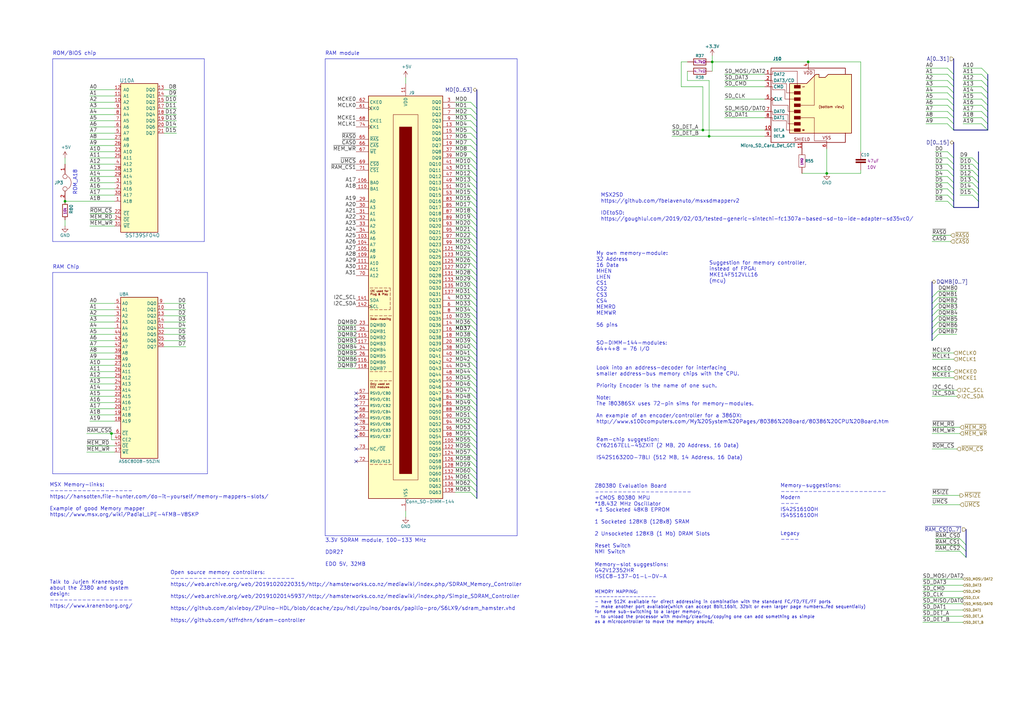
<source format=kicad_sch>
(kicad_sch (version 20230121) (generator eeschema)
  (paper "A3")
  (title_block (title "ULTRA-MSX") (date "2022-06-05") (rev "A-A"))
  (junction (at 45.72 177.8))
  (junction (at 26.67 82.55))
  (junction (at 288.29 53.34))
  (junction (at 290.83 55.88))
  (junction (at 292.1 25.4))
  (junction (at 331.47 25.4))
  (junction (at 339.09 71.12))
  (no_connect (at 146.05 173.99))
  (no_connect (at 146.05 166.37))
  (no_connect (at 146.05 171.45))
  (no_connect (at 146.05 176.53))
  (no_connect (at 146.05 168.91))
  (no_connect (at 146.05 163.83))
  (no_connect (at 146.05 179.07))
  (no_connect (at 146.05 161.29))
  (no_connect (at 146.05 184.15))
  (no_connect (at 146.05 189.23))
  (bus_entry (at 393.7 220.98) (size 2.54 2.54))
  (bus_entry (at 382.27 139.7) (size 2.54 -2.54))
  (bus_entry (at 193.04 97.79) (size 2.54 2.54))
  (bus_entry (at 382.27 129.54) (size 2.54 -2.54))
  (bus_entry (at 388.62 35.56) (size 2.54 2.54))
  (bus_entry (at 388.62 77.47) (size 2.54 2.54))
  (bus_entry (at 393.7 226.06) (size 2.54 2.54))
  (bus_entry (at 388.62 50.8) (size 2.54 2.54))
  (bus_entry (at 193.04 153.67) (size 2.54 2.54))
  (bus_entry (at 193.04 146.05) (size 2.54 2.54))
  (bus_entry (at 193.04 168.91) (size 2.54 2.54))
  (bus_entry (at 193.04 189.23) (size 2.54 2.54))
  (bus_entry (at 388.62 33.02) (size 2.54 2.54))
  (bus_entry (at 193.04 57.15) (size 2.54 2.54))
  (bus_entry (at 388.62 72.39) (size 2.54 2.54))
  (bus_entry (at 193.04 67.31) (size 2.54 2.54))
  (bus_entry (at 402.59 45.72) (size 2.54 2.54))
  (bus_entry (at 388.62 69.85) (size 2.54 2.54))
  (bus_entry (at 388.62 40.64) (size 2.54 2.54))
  (bus_entry (at 193.04 171.45) (size 2.54 2.54))
  (bus_entry (at 382.27 134.62) (size 2.54 -2.54))
  (bus_entry (at 388.62 64.77) (size 2.54 2.54))
  (bus_entry (at 402.59 27.94) (size 2.54 2.54))
  (bus_entry (at 193.04 194.31) (size 2.54 2.54))
  (bus_entry (at 402.59 38.1) (size 2.54 2.54))
  (bus_entry (at 193.04 110.49) (size 2.54 2.54))
  (bus_entry (at 193.04 77.47) (size 2.54 2.54))
  (bus_entry (at 193.04 82.55) (size 2.54 2.54))
  (bus_entry (at 193.04 41.91) (size 2.54 2.54))
  (bus_entry (at 388.62 62.23) (size 2.54 2.54))
  (bus_entry (at 193.04 52.07) (size 2.54 2.54))
  (bus_entry (at 193.04 179.07) (size 2.54 2.54))
  (bus_entry (at 193.04 49.53) (size 2.54 2.54))
  (bus_entry (at 193.04 199.39) (size 2.54 2.54))
  (bus_entry (at 388.62 74.93) (size 2.54 2.54))
  (bus_entry (at 193.04 163.83) (size 2.54 2.54))
  (bus_entry (at 193.04 72.39) (size 2.54 2.54))
  (bus_entry (at 193.04 120.65) (size 2.54 2.54))
  (bus_entry (at 398.78 77.47) (size 2.54 2.54))
  (bus_entry (at 382.27 124.46) (size 2.54 -2.54))
  (bus_entry (at 193.04 133.35) (size 2.54 2.54))
  (bus_entry (at 193.04 107.95) (size 2.54 2.54))
  (bus_entry (at 402.59 50.8) (size 2.54 2.54))
  (bus_entry (at 388.62 45.72) (size 2.54 2.54))
  (bus_entry (at 193.04 85.09) (size 2.54 2.54))
  (bus_entry (at 398.78 69.85) (size 2.54 2.54))
  (bus_entry (at 382.27 121.92) (size 2.54 -2.54))
  (bus_entry (at 193.04 62.23) (size 2.54 2.54))
  (bus_entry (at 193.04 102.87) (size 2.54 2.54))
  (bus_entry (at 193.04 176.53) (size 2.54 2.54))
  (bus_entry (at 382.27 132.08) (size 2.54 -2.54))
  (bus_entry (at 402.59 33.02) (size 2.54 2.54))
  (bus_entry (at 193.04 105.41) (size 2.54 2.54))
  (bus_entry (at 193.04 184.15) (size 2.54 2.54))
  (bus_entry (at 193.04 115.57) (size 2.54 2.54))
  (bus_entry (at 193.04 59.69) (size 2.54 2.54))
  (bus_entry (at 193.04 74.93) (size 2.54 2.54))
  (bus_entry (at 193.04 54.61) (size 2.54 2.54))
  (bus_entry (at 398.78 72.39) (size 2.54 2.54))
  (bus_entry (at 193.04 125.73) (size 2.54 2.54))
  (bus_entry (at 193.04 196.85) (size 2.54 2.54))
  (bus_entry (at 388.62 80.01) (size 2.54 2.54))
  (bus_entry (at 382.27 127) (size 2.54 -2.54))
  (bus_entry (at 193.04 113.03) (size 2.54 2.54))
  (bus_entry (at 193.04 166.37) (size 2.54 2.54))
  (bus_entry (at 193.04 143.51) (size 2.54 2.54))
  (bus_entry (at 193.04 69.85) (size 2.54 2.54))
  (bus_entry (at 193.04 128.27) (size 2.54 2.54))
  (bus_entry (at 402.59 35.56) (size 2.54 2.54))
  (bus_entry (at 388.62 27.94) (size 2.54 2.54))
  (bus_entry (at 193.04 148.59) (size 2.54 2.54))
  (bus_entry (at 193.04 138.43) (size 2.54 2.54))
  (bus_entry (at 193.04 161.29) (size 2.54 2.54))
  (bus_entry (at 402.59 43.18) (size 2.54 2.54))
  (bus_entry (at 193.04 201.93) (size 2.54 2.54))
  (bus_entry (at 398.78 67.31) (size 2.54 2.54))
  (bus_entry (at 402.59 48.26) (size 2.54 2.54))
  (bus_entry (at 402.59 40.64) (size 2.54 2.54))
  (bus_entry (at 193.04 92.71) (size 2.54 2.54))
  (bus_entry (at 193.04 118.11) (size 2.54 2.54))
  (bus_entry (at 193.04 186.69) (size 2.54 2.54))
  (bus_entry (at 193.04 173.99) (size 2.54 2.54))
  (bus_entry (at 402.59 30.48) (size 2.54 2.54))
  (bus_entry (at 388.62 67.31) (size 2.54 2.54))
  (bus_entry (at 193.04 90.17) (size 2.54 2.54))
  (bus_entry (at 398.78 80.01) (size 2.54 2.54))
  (bus_entry (at 388.62 38.1) (size 2.54 2.54))
  (bus_entry (at 388.62 43.18) (size 2.54 2.54))
  (bus_entry (at 193.04 100.33) (size 2.54 2.54))
  (bus_entry (at 193.04 80.01) (size 2.54 2.54))
  (bus_entry (at 193.04 64.77) (size 2.54 2.54))
  (bus_entry (at 193.04 130.81) (size 2.54 2.54))
  (bus_entry (at 193.04 156.21) (size 2.54 2.54))
  (bus_entry (at 398.78 74.93) (size 2.54 2.54))
  (bus_entry (at 193.04 95.25) (size 2.54 2.54))
  (bus_entry (at 388.62 30.48) (size 2.54 2.54))
  (bus_entry (at 388.62 82.55) (size 2.54 2.54))
  (bus_entry (at 393.7 223.52) (size 2.54 2.54))
  (bus_entry (at 193.04 151.13) (size 2.54 2.54))
  (bus_entry (at 193.04 191.77) (size 2.54 2.54))
  (bus_entry (at 193.04 158.75) (size 2.54 2.54))
  (bus_entry (at 193.04 44.45) (size 2.54 2.54))
  (bus_entry (at 193.04 135.89) (size 2.54 2.54))
  (bus_entry (at 388.62 48.26) (size 2.54 2.54))
  (bus_entry (at 193.04 123.19) (size 2.54 2.54))
  (bus_entry (at 193.04 87.63) (size 2.54 2.54))
  (bus_entry (at 382.27 137.16) (size 2.54 -2.54))
  (bus_entry (at 398.78 64.77) (size 2.54 2.54))
  (bus_entry (at 193.04 181.61) (size 2.54 2.54))
  (bus_entry (at 193.04 46.99) (size 2.54 2.54))
  (bus_entry (at 193.04 140.97) (size 2.54 2.54))
  (wire (pts (xy 297.18 48.26) (xy 313.69 48.26)))
  (wire (pts (xy 46.99 165.1) (xy 36.83 165.1)))
  (bus (pts (xy 391.16 43.18) (xy 391.16 45.72)))
  (wire (pts (xy 388.62 62.23) (xy 383.54 62.23)))
  (bus (pts (xy 195.58 151.13) (xy 195.58 153.67)))
  (wire (pts (xy 384.81 127) (xy 392.43 127)))
  (bus (pts (xy 391.16 64.77) (xy 391.16 67.31)))
  (wire (pts (xy 186.69 82.55) (xy 193.04 82.55)))
  (bus (pts (xy 195.58 44.45) (xy 195.58 46.99)))
  (wire (pts (xy 186.69 92.71) (xy 193.04 92.71)))
  (wire (pts (xy 339.09 60.96) (xy 339.09 71.12)))
  (wire (pts (xy 353.06 25.4) (xy 331.47 25.4)))
  (bus (pts (xy 195.58 74.93) (xy 195.58 77.47)))
  (wire (pts (xy 186.69 59.69) (xy 193.04 59.69)))
  (bus (pts (xy 195.58 128.27) (xy 195.58 130.81)))
  (wire (pts (xy 388.62 82.55) (xy 383.54 82.55)))
  (bus (pts (xy 396.24 226.06) (xy 396.24 228.6)))
  (wire (pts (xy 67.31 127) (xy 76.2 127)))
  (wire (pts (xy 402.59 27.94) (xy 394.97 27.94)))
  (wire (pts (xy 388.62 27.94) (xy 379.73 27.94)))
  (bus (pts (xy 405.13 30.48) (xy 405.13 33.02)))
  (bus (pts (xy 195.58 92.71) (xy 195.58 95.25)))
  (wire (pts (xy 186.69 130.81) (xy 193.04 130.81)))
  (wire (pts (xy 186.69 161.29) (xy 193.04 161.29)))
  (bus (pts (xy 195.58 100.33) (xy 195.58 102.87)))
  (wire (pts (xy 186.69 67.31) (xy 193.04 67.31)))
  (bus (pts (xy 195.58 105.41) (xy 195.58 107.95)))
  (bus (pts (xy 195.58 148.59) (xy 195.58 151.13)))
  (bus (pts (xy 195.58 158.75) (xy 195.58 161.29)))
  (bus (pts (xy 195.58 102.87) (xy 195.58 105.41)))
  (wire (pts (xy 353.06 62.23) (xy 353.06 25.4)))
  (wire (pts (xy 186.69 52.07) (xy 193.04 52.07)))
  (wire (pts (xy 26.67 82.55) (xy 46.99 82.55)))
  (bus (pts (xy 382.27 132.08) (xy 382.27 134.62)))
  (wire (pts (xy 382.27 203.2) (xy 393.7 203.2)))
  (wire (pts (xy 46.99 46.99) (xy 36.83 46.99)))
  (wire (pts (xy 138.43 146.05) (xy 146.05 146.05)))
  (wire (pts (xy 46.99 154.94) (xy 36.83 154.94)))
  (wire (pts (xy 186.69 194.31) (xy 193.04 194.31)))
  (wire (pts (xy 384.81 121.92) (xy 392.43 121.92)))
  (wire (pts (xy 378.46 255.27) (xy 394.97 255.27)))
  (bus (pts (xy 396.24 217.17) (xy 396.24 223.52)))
  (wire (pts (xy 388.62 64.77) (xy 383.54 64.77)))
  (bus (pts (xy 195.58 181.61) (xy 195.58 184.15)))
  (polyline (pts (xy 83.82 99.06) (xy 83.82 24.13)))
  (wire (pts (xy 281.94 33.02) (xy 290.83 33.02)))
  (bus (pts (xy 195.58 201.93) (xy 195.58 204.47)))
  (wire (pts (xy 138.43 140.97) (xy 146.05 140.97)))
  (polyline (pts (xy 85.09 194.31) (xy 85.09 111.76)))
  (bus (pts (xy 401.32 67.31) (xy 401.32 69.85)))
  (wire (pts (xy 275.59 53.34) (xy 288.29 53.34)))
  (bus (pts (xy 195.58 85.09) (xy 195.58 87.63)))
  (bus (pts (xy 195.58 163.83) (xy 195.58 166.37)))
  (bus (pts (xy 195.58 176.53) (xy 195.58 179.07)))
  (bus (pts (xy 391.16 74.93) (xy 391.16 77.47)))
  (bus (pts (xy 195.58 179.07) (xy 195.58 181.61)))
  (wire (pts (xy 45.72 180.34) (xy 45.72 177.8)))
  (bus (pts (xy 391.16 80.01) (xy 391.16 82.55)))
  (polyline (pts (xy 21.59 111.76) (xy 85.09 111.76)))
  (bus (pts (xy 405.13 35.56) (xy 405.13 38.1)))
  (bus (pts (xy 195.58 161.29) (xy 195.58 163.83)))
  (bus (pts (xy 195.58 54.61) (xy 195.58 57.15)))
  (wire (pts (xy 402.59 38.1) (xy 394.97 38.1)))
  (wire (pts (xy 186.69 186.69) (xy 193.04 186.69)))
  (wire (pts (xy 388.62 33.02) (xy 379.73 33.02)))
  (wire (pts (xy 290.83 33.02) (xy 290.83 55.88)))
  (wire (pts (xy 138.43 133.35) (xy 146.05 133.35)))
  (wire (pts (xy 166.37 209.55) (xy 166.37 212.09)))
  (bus (pts (xy 195.58 95.25) (xy 195.58 97.79)))
  (wire (pts (xy 186.69 140.97) (xy 193.04 140.97)))
  (wire (pts (xy 46.99 90.17) (xy 36.83 90.17)))
  (wire (pts (xy 46.99 74.93) (xy 36.83 74.93)))
  (wire (pts (xy 402.59 50.8) (xy 394.97 50.8)))
  (bus (pts (xy 195.58 173.99) (xy 195.58 176.53)))
  (wire (pts (xy 378.46 242.57) (xy 394.97 242.57)))
  (wire (pts (xy 46.99 87.63) (xy 36.83 87.63)))
  (wire (pts (xy 186.69 125.73) (xy 193.04 125.73)))
  (wire (pts (xy 46.99 64.77) (xy 36.83 64.77)))
  (bus (pts (xy 195.58 191.77) (xy 195.58 194.31)))
  (bus (pts (xy 195.58 135.89) (xy 195.58 138.43)))
  (bus (pts (xy 195.58 118.11) (xy 195.58 120.65)))
  (bus (pts (xy 405.13 48.26) (xy 405.13 50.8)))
  (wire (pts (xy 186.69 148.59) (xy 193.04 148.59)))
  (wire (pts (xy 26.67 90.17) (xy 26.67 92.71)))
  (wire (pts (xy 46.99 39.37) (xy 36.83 39.37)))
  (wire (pts (xy 398.78 64.77) (xy 393.7 64.77)))
  (polyline (pts (xy 21.59 194.31) (xy 85.09 194.31)))
  (wire (pts (xy 186.69 163.83) (xy 193.04 163.83)))
  (wire (pts (xy 46.99 142.24) (xy 36.83 142.24)))
  (wire (pts (xy 393.7 220.98) (xy 383.54 220.98)))
  (bus (pts (xy 391.16 24.13) (xy 391.16 30.48)))
  (wire (pts (xy 288.29 53.34) (xy 313.69 53.34)))
  (wire (pts (xy 67.31 44.45) (xy 72.39 44.45)))
  (wire (pts (xy 382.27 184.15) (xy 392.43 184.15)))
  (bus (pts (xy 195.58 49.53) (xy 195.58 52.07)))
  (wire (pts (xy 186.69 158.75) (xy 193.04 158.75)))
  (wire (pts (xy 138.43 135.89) (xy 146.05 135.89)))
  (wire (pts (xy 186.69 74.93) (xy 193.04 74.93)))
  (wire (pts (xy 46.99 49.53) (xy 36.83 49.53)))
  (wire (pts (xy 292.1 22.86) (xy 292.1 25.4)))
  (wire (pts (xy 388.62 74.93) (xy 383.54 74.93)))
  (bus (pts (xy 391.16 72.39) (xy 391.16 74.93)))
  (wire (pts (xy 46.99 182.88) (xy 35.56 182.88)))
  (wire (pts (xy 46.99 167.64) (xy 36.83 167.64)))
  (wire (pts (xy 186.69 105.41) (xy 193.04 105.41)))
  (bus (pts (xy 195.58 77.47) (xy 195.58 80.01)))
  (wire (pts (xy 339.09 71.12) (xy 353.06 71.12)))
  (wire (pts (xy 138.43 143.51) (xy 146.05 143.51)))
  (bus (pts (xy 382.27 121.92) (xy 382.27 124.46)))
  (bus (pts (xy 195.58 156.21) (xy 195.58 158.75)))
  (wire (pts (xy 393.7 175.26) (xy 382.27 175.26)))
  (wire (pts (xy 46.99 134.62) (xy 36.83 134.62)))
  (wire (pts (xy 353.06 69.85) (xy 353.06 71.12)))
  (bus (pts (xy 382.27 134.62) (xy 382.27 137.16)))
  (wire (pts (xy 384.81 134.62) (xy 392.43 134.62)))
  (bus (pts (xy 391.16 48.26) (xy 391.16 50.8)))
  (bus (pts (xy 195.58 115.57) (xy 195.58 118.11)))
  (bus (pts (xy 195.58 57.15) (xy 195.58 59.69)))
  (wire (pts (xy 279.4 25.4) (xy 281.94 25.4)))
  (wire (pts (xy 398.78 74.93) (xy 393.7 74.93)))
  (wire (pts (xy 275.59 55.88) (xy 290.83 55.88)))
  (wire (pts (xy 388.62 48.26) (xy 379.73 48.26)))
  (bus (pts (xy 195.58 107.95) (xy 195.58 110.49)))
  (wire (pts (xy 388.62 45.72) (xy 379.73 45.72)))
  (bus (pts (xy 195.58 62.23) (xy 195.58 64.77)))
  (wire (pts (xy 328.93 71.12) (xy 339.09 71.12)))
  (wire (pts (xy 186.69 181.61) (xy 193.04 181.61)))
  (wire (pts (xy 67.31 36.83) (xy 72.39 36.83)))
  (bus (pts (xy 195.58 120.65) (xy 195.58 123.19)))
  (wire (pts (xy 186.69 95.25) (xy 193.04 95.25)))
  (bus (pts (xy 405.13 53.34) (xy 405.13 50.8)))
  (bus (pts (xy 195.58 110.49) (xy 195.58 113.03)))
  (wire (pts (xy 186.69 110.49) (xy 193.04 110.49)))
  (wire (pts (xy 402.59 43.18) (xy 394.97 43.18)))
  (bus (pts (xy 195.58 130.81) (xy 195.58 133.35)))
  (bus (pts (xy 391.16 67.31) (xy 391.16 69.85)))
  (bus (pts (xy 396.24 223.52) (xy 396.24 226.06)))
  (wire (pts (xy 378.46 237.49) (xy 394.97 237.49)))
  (bus (pts (xy 195.58 133.35) (xy 195.58 135.89)))
  (wire (pts (xy 384.81 137.16) (xy 392.43 137.16)))
  (wire (pts (xy 186.69 171.45) (xy 193.04 171.45)))
  (bus (pts (xy 195.58 82.55) (xy 195.58 85.09)))
  (wire (pts (xy 290.83 55.88) (xy 313.69 55.88)))
  (wire (pts (xy 186.69 184.15) (xy 193.04 184.15)))
  (wire (pts (xy 402.59 40.64) (xy 394.97 40.64)))
  (bus (pts (xy 195.58 166.37) (xy 195.58 168.91)))
  (wire (pts (xy 46.99 124.46) (xy 36.83 124.46)))
  (wire (pts (xy 297.18 35.56) (xy 313.69 35.56)))
  (wire (pts (xy 383.54 226.06) (xy 393.7 226.06)))
  (bus (pts (xy 401.32 72.39) (xy 401.32 74.93)))
  (wire (pts (xy 186.69 80.01) (xy 193.04 80.01)))
  (wire (pts (xy 297.18 30.48) (xy 313.69 30.48)))
  (bus (pts (xy 405.13 45.72) (xy 405.13 48.26)))
  (wire (pts (xy 46.99 54.61) (xy 36.83 54.61)))
  (wire (pts (xy 46.99 180.34) (xy 45.72 180.34)))
  (bus (pts (xy 382.27 127) (xy 382.27 129.54)))
  (bus (pts (xy 195.58 153.67) (xy 195.58 156.21)))
  (bus (pts (xy 391.16 50.8) (xy 391.16 53.34)))
  (wire (pts (xy 288.29 35.56) (xy 279.4 35.56)))
  (bus (pts (xy 391.16 33.02) (xy 391.16 35.56)))
  (wire (pts (xy 388.62 69.85) (xy 383.54 69.85)))
  (wire (pts (xy 46.99 149.86) (xy 36.83 149.86)))
  (wire (pts (xy 46.99 80.01) (xy 36.83 80.01)))
  (wire (pts (xy 281.94 29.21) (xy 281.94 33.02)))
  (bus (pts (xy 391.16 40.64) (xy 391.16 43.18)))
  (bus (pts (xy 195.58 186.69) (xy 195.58 189.23)))
  (wire (pts (xy 388.62 80.01) (xy 383.54 80.01)))
  (wire (pts (xy 46.99 44.45) (xy 36.83 44.45)))
  (bus (pts (xy 405.13 38.1) (xy 405.13 40.64)))
  (wire (pts (xy 46.99 41.91) (xy 36.83 41.91)))
  (wire (pts (xy 67.31 49.53) (xy 72.39 49.53)))
  (bus (pts (xy 382.27 124.46) (xy 382.27 127)))
  (wire (pts (xy 186.69 168.91) (xy 193.04 168.91)))
  (wire (pts (xy 186.69 133.35) (xy 193.04 133.35)))
  (bus (pts (xy 195.58 64.77) (xy 195.58 67.31)))
  (bus (pts (xy 195.58 194.31) (xy 195.58 196.85)))
  (wire (pts (xy 46.99 147.32) (xy 36.83 147.32)))
  (wire (pts (xy 402.59 30.48) (xy 394.97 30.48)))
  (bus (pts (xy 195.58 199.39) (xy 195.58 201.93)))
  (wire (pts (xy 384.81 119.38) (xy 392.43 119.38)))
  (wire (pts (xy 186.69 57.15) (xy 193.04 57.15)))
  (wire (pts (xy 186.69 87.63) (xy 193.04 87.63)))
  (wire (pts (xy 46.99 177.8) (xy 45.72 177.8)))
  (wire (pts (xy 186.69 64.77) (xy 193.04 64.77)))
  (bus (pts (xy 195.58 125.73) (xy 195.58 128.27)))
  (wire (pts (xy 186.69 113.03) (xy 193.04 113.03)))
  (wire (pts (xy 138.43 151.13) (xy 146.05 151.13)))
  (polyline (pts (xy 83.82 24.13) (xy 21.59 24.13)))
  (bus (pts (xy 195.58 184.15) (xy 195.58 186.69)))
  (wire (pts (xy 186.69 46.99) (xy 193.04 46.99)))
  (wire (pts (xy 388.62 40.64) (xy 379.73 40.64)))
  (wire (pts (xy 67.31 142.24) (xy 76.2 142.24)))
  (bus (pts (xy 382.27 115.57) (xy 382.27 121.92)))
  (bus (pts (xy 195.58 46.99) (xy 195.58 49.53)))
  (wire (pts (xy 186.69 196.85) (xy 193.04 196.85)))
  (wire (pts (xy 297.18 45.72) (xy 313.69 45.72)))
  (bus (pts (xy 391.16 82.55) (xy 391.16 85.09)))
  (wire (pts (xy 46.99 132.08) (xy 36.83 132.08)))
  (bus (pts (xy 195.58 123.19) (xy 195.58 125.73)))
  (wire (pts (xy 398.78 80.01) (xy 393.7 80.01)))
  (wire (pts (xy 186.69 176.53) (xy 193.04 176.53)))
  (wire (pts (xy 186.69 102.87) (xy 193.04 102.87)))
  (wire (pts (xy 398.78 69.85) (xy 393.7 69.85)))
  (wire (pts (xy 186.69 179.07) (xy 193.04 179.07)))
  (wire (pts (xy 382.27 99.06) (xy 389.89 99.06)))
  (wire (pts (xy 67.31 139.7) (xy 76.2 139.7)))
  (wire (pts (xy 388.62 38.1) (xy 379.73 38.1)))
  (wire (pts (xy 67.31 132.08) (xy 76.2 132.08)))
  (wire (pts (xy 384.81 132.08) (xy 392.43 132.08)))
  (bus (pts (xy 195.58 69.85) (xy 195.58 72.39)))
  (bus (pts (xy 195.58 59.69) (xy 195.58 62.23)))
  (wire (pts (xy 46.99 185.42) (xy 35.56 185.42)))
  (wire (pts (xy 297.18 33.02) (xy 313.69 33.02)))
  (wire (pts (xy 67.31 124.46) (xy 76.2 124.46)))
  (bus (pts (xy 401.32 82.55) (xy 401.32 85.09)))
  (wire (pts (xy 378.46 252.73) (xy 394.97 252.73)))
  (wire (pts (xy 402.59 35.56) (xy 394.97 35.56)))
  (wire (pts (xy 186.69 54.61) (xy 193.04 54.61)))
  (wire (pts (xy 186.69 173.99) (xy 193.04 173.99)))
  (wire (pts (xy 46.99 67.31) (xy 36.83 67.31)))
  (wire (pts (xy 186.69 143.51) (xy 193.04 143.51)))
  (wire (pts (xy 45.72 177.8) (xy 35.56 177.8)))
  (wire (pts (xy 186.69 128.27) (xy 193.04 128.27)))
  (wire (pts (xy 186.69 191.77) (xy 193.04 191.77)))
  (wire (pts (xy 186.69 151.13) (xy 193.04 151.13)))
  (wire (pts (xy 402.59 48.26) (xy 394.97 48.26)))
  (wire (pts (xy 378.46 247.65) (xy 394.97 247.65)))
  (wire (pts (xy 378.46 240.03) (xy 394.97 240.03)))
  (polyline (pts (xy 21.59 99.06) (xy 83.82 99.06)))
  (wire (pts (xy 138.43 148.59) (xy 146.05 148.59)))
  (wire (pts (xy 292.1 25.4) (xy 331.47 25.4)))
  (wire (pts (xy 67.31 129.54) (xy 76.2 129.54)))
  (bus (pts (xy 195.58 36.83) (xy 195.58 44.45)))
  (wire (pts (xy 186.69 69.85) (xy 193.04 69.85)))
  (wire (pts (xy 186.69 146.05) (xy 193.04 146.05)))
  (bus (pts (xy 195.58 80.01) (xy 195.58 82.55)))
  (wire (pts (xy 67.31 52.07) (xy 72.39 52.07)))
  (wire (pts (xy 186.69 107.95) (xy 193.04 107.95)))
  (wire (pts (xy 67.31 39.37) (xy 72.39 39.37)))
  (wire (pts (xy 279.4 35.56) (xy 279.4 25.4)))
  (wire (pts (xy 186.69 41.91) (xy 193.04 41.91)))
  (wire (pts (xy 378.46 250.19) (xy 394.97 250.19)))
  (bus (pts (xy 401.32 80.01) (xy 401.32 82.55)))
  (wire (pts (xy 382.27 162.56) (xy 392.43 162.56)))
  (bus (pts (xy 391.16 45.72) (xy 391.16 48.26)))
  (wire (pts (xy 46.99 77.47) (xy 36.83 77.47)))
  (bus (pts (xy 195.58 97.79) (xy 195.58 100.33)))
  (wire (pts (xy 46.99 137.16) (xy 36.83 137.16)))
  (bus (pts (xy 391.16 38.1) (xy 391.16 40.64)))
  (bus (pts (xy 382.27 137.16) (xy 382.27 139.7)))
  (bus (pts (xy 391.16 77.47) (xy 391.16 80.01)))
  (polyline (pts (xy 21.59 24.13) (xy 21.59 99.06)))
  (wire (pts (xy 46.99 36.83) (xy 36.83 36.83)))
  (wire (pts (xy 46.99 72.39) (xy 36.83 72.39)))
  (wire (pts (xy 67.31 46.99) (xy 72.39 46.99)))
  (bus (pts (xy 195.58 196.85) (xy 195.58 199.39)))
  (wire (pts (xy 393.7 177.8) (xy 382.27 177.8)))
  (polyline (pts (xy 212.09 219.71) (xy 212.09 24.13)))
  (wire (pts (xy 388.62 50.8) (xy 379.73 50.8)))
  (wire (pts (xy 46.99 162.56) (xy 36.83 162.56)))
  (wire (pts (xy 186.69 72.39) (xy 193.04 72.39)))
  (bus (pts (xy 195.58 140.97) (xy 195.58 143.51)))
  (bus (pts (xy 391.16 58.42) (xy 391.16 64.77)))
  (wire (pts (xy 46.99 144.78) (xy 36.83 144.78)))
  (wire (pts (xy 384.81 129.54) (xy 392.43 129.54)))
  (wire (pts (xy 186.69 189.23) (xy 193.04 189.23)))
  (wire (pts (xy 383.54 223.52) (xy 393.7 223.52)))
  (wire (pts (xy 382.27 96.52) (xy 389.89 96.52)))
  (wire (pts (xy 393.7 207.01) (xy 382.27 207.01)))
  (polyline (pts (xy 133.35 24.13) (xy 212.09 24.13)))
  (bus (pts (xy 401.32 77.47) (xy 401.32 80.01)))
  (wire (pts (xy 186.69 49.53) (xy 193.04 49.53)))
  (wire (pts (xy 186.69 199.39) (xy 193.04 199.39)))
  (wire (pts (xy 382.27 147.32) (xy 391.16 147.32)))
  (wire (pts (xy 186.69 97.79) (xy 193.04 97.79)))
  (bus (pts (xy 195.58 113.03) (xy 195.58 115.57)))
  (bus (pts (xy 195.58 146.05) (xy 195.58 148.59)))
  (wire (pts (xy 186.69 77.47) (xy 193.04 77.47)))
  (bus (pts (xy 391.16 30.48) (xy 391.16 33.02)))
  (wire (pts (xy 382.27 144.78) (xy 391.16 144.78)))
  (wire (pts (xy 46.99 57.15) (xy 36.83 57.15)))
  (bus (pts (xy 195.58 87.63) (xy 195.58 90.17)))
  (wire (pts (xy 186.69 62.23) (xy 193.04 62.23)))
  (wire (pts (xy 186.69 90.17) (xy 193.04 90.17)))
  (bus (pts (xy 195.58 52.07) (xy 195.58 54.61)))
  (wire (pts (xy 46.99 69.85) (xy 36.83 69.85)))
  (wire (pts (xy 388.62 72.39) (xy 383.54 72.39)))
  (wire (pts (xy 388.62 30.48) (xy 379.73 30.48)))
  (bus (pts (xy 401.32 69.85) (xy 401.32 72.39)))
  (bus (pts (xy 391.16 35.56) (xy 391.16 38.1)))
  (wire (pts (xy 67.31 41.91) (xy 72.39 41.91)))
  (wire (pts (xy 186.69 153.67) (xy 193.04 153.67)))
  (bus (pts (xy 195.58 67.31) (xy 195.58 69.85)))
  (wire (pts (xy 46.99 170.18) (xy 36.83 170.18)))
  (wire (pts (xy 186.69 120.65) (xy 193.04 120.65)))
  (wire (pts (xy 46.99 152.4) (xy 36.83 152.4)))
  (wire (pts (xy 388.62 77.47) (xy 383.54 77.47)))
  (wire (pts (xy 46.99 129.54) (xy 36.83 129.54)))
  (wire (pts (xy 46.99 172.72) (xy 36.83 172.72)))
  (wire (pts (xy 288.29 35.56) (xy 288.29 53.34)))
  (bus (pts (xy 195.58 90.17) (xy 195.58 92.71)))
  (bus (pts (xy 401.32 74.93) (xy 401.32 77.47)))
  (wire (pts (xy 186.69 135.89) (xy 193.04 135.89)))
  (wire (pts (xy 186.69 85.09) (xy 193.04 85.09)))
  (wire (pts (xy 67.31 54.61) (xy 72.39 54.61)))
  (wire (pts (xy 402.59 45.72) (xy 394.97 45.72)))
  (wire (pts (xy 67.31 137.16) (xy 76.2 137.16)))
  (wire (pts (xy 26.67 67.31) (xy 26.67 64.77)))
  (wire (pts (xy 398.78 77.47) (xy 393.7 77.47)))
  (wire (pts (xy 166.37 34.29) (xy 166.37 31.75)))
  (wire (pts (xy 186.69 138.43) (xy 193.04 138.43)))
  (bus (pts (xy 195.58 138.43) (xy 195.58 140.97)))
  (wire (pts (xy 388.62 43.18) (xy 379.73 43.18)))
  (wire (pts (xy 186.69 100.33) (xy 193.04 100.33)))
  (wire (pts (xy 46.99 157.48) (xy 36.83 157.48)))
  (bus (pts (xy 391.16 53.34) (xy 405.13 53.34)))
  (wire (pts (xy 402.59 33.02) (xy 394.97 33.02)))
  (bus (pts (xy 195.58 143.51) (xy 195.58 146.05)))
  (wire (pts (xy 388.62 35.56) (xy 379.73 35.56)))
  (wire (pts (xy 186.69 166.37) (xy 193.04 166.37)))
  (wire (pts (xy 67.31 134.62) (xy 76.2 134.62)))
  (wire (pts (xy 378.46 245.11) (xy 394.97 245.11)))
  (bus (pts (xy 195.58 171.45) (xy 195.58 173.99)))
  (bus (pts (xy 391.16 85.09) (xy 401.32 85.09)))
  (bus (pts (xy 195.58 72.39) (xy 195.58 74.93)))
  (wire (pts (xy 297.18 40.64) (xy 313.69 40.64)))
  (wire (pts (xy 46.99 59.69) (xy 36.83 59.69)))
  (polyline (pts (xy 212.09 219.71) (xy 133.35 219.71)))
  (bus (pts (xy 401.32 62.23) (xy 401.32 67.31)))
  (wire (pts (xy 382.27 160.02) (xy 392.43 160.02)))
  (wire (pts (xy 186.69 118.11) (xy 193.04 118.11)))
  (wire (pts (xy 292.1 25.4) (xy 292.1 29.21)))
  (wire (pts (xy 384.81 124.46) (xy 392.43 124.46)))
  (wire (pts (xy 46.99 127) (xy 36.83 127)))
  (bus (pts (xy 195.58 168.91) (xy 195.58 171.45)))
  (wire (pts (xy 186.69 44.45) (xy 193.04 44.45)))
  (bus (pts (xy 195.58 189.23) (xy 195.58 191.77)))
  (bus (pts (xy 382.27 129.54) (xy 382.27 132.08)))
  (wire (pts (xy 382.27 152.4) (xy 391.16 152.4)))
  (wire (pts (xy 186.69 115.57) (xy 193.04 115.57)))
  (wire (pts (xy 398.78 67.31) (xy 393.7 67.31)))
  (wire (pts (xy 46.99 52.07) (xy 36.83 52.07)))
  (wire (pts (xy 186.69 123.19) (xy 193.04 123.19)))
  (polyline (pts (xy 21.59 111.76) (xy 21.59 194.31)))
  (wire (pts (xy 46.99 160.02) (xy 36.83 160.02)))
  (bus (pts (xy 391.16 69.85) (xy 391.16 72.39)))
  (bus (pts (xy 405.13 40.64) (xy 405.13 43.18)))
  (polyline (pts (xy 133.35 219.71) (xy 133.35 24.13)))
  (wire (pts (xy 186.69 201.93) (xy 193.04 201.93)))
  (bus (pts (xy 405.13 33.02) (xy 405.13 35.56)))
  (wire (pts (xy 46.99 92.71) (xy 36.83 92.71)))
  (wire (pts (xy 388.62 67.31) (xy 383.54 67.31)))
  (wire (pts (xy 186.69 156.21) (xy 193.04 156.21)))
  (wire (pts (xy 138.43 138.43) (xy 146.05 138.43)))
  (bus (pts (xy 405.13 43.18) (xy 405.13 45.72)))
  (wire (pts (xy 398.78 72.39) (xy 393.7 72.39)))
  (wire (pts (xy 382.27 154.94) (xy 391.16 154.94)))
  (wire (pts (xy 46.99 62.23) (xy 36.83 62.23)))
  (wire (pts (xy 46.99 139.7) (xy 36.83 139.7)))
  (text "Z80380 Evaluation Board\n---------------------\n+CMOS 80380 MPU\n*18.432 MHz Oscillator\n+1 Socketed 48KB EPROM\n\n1 Socketed 128KB (128x8) SRAM\n\n2 Unsocketed 128KB (1 Mb) DRAM Slots\n\nReset Switch\nNMI Switch" (at 243.84 227.33 0) (effects (font (size 1.524 1.524)) (justify left bottom)))
  (text "Memory-suggestions:\n-----------------------\nModern\n----\nIS42S16100H\nIS45S16100H\n\n\nLegacy\n----" (at 320.04 222.25 0) (effects (font (size 1.524 1.524)) (justify left bottom)))
  (text "ROM/BIOS chip" (at 21.59 22.86 0) (effects (font (size 1.524 1.524)) (justify left bottom)))
  (text "Look into an address-decoder for interfacing \nsmaller address-bus memory chips with the CPU.\n\nPriority Encoder is the name of one such.\n\nNote:\nThe i80386SX uses 72-pin sims for memory-modules.\n\nAn example of an encoder/controller for a 386DX:\nhttp://www.s100computers.com/My%20System%20Pages/80386%20Board/80386%20CPU%20Board.htm\n\n\nRam-chip suggestion:\nCY62167ELL-45ZXIT (2 MB, 20 Address, 16 Data)\n\nIS42S16320D-7BLI (512 MB, 14 Address, 16 Data)\n\n" (at 244.475 191.135 0) (effects (font (size 1.524 1.524)) (justify left bottom)))
  (text "Suggestion for memory controller,\ninstead of FPGA:\nMKE14F512VLL16\n(mcu)" (at 290.83 116.205 0) (effects (font (size 1.524 1.524)) (justify left bottom)))
  (text "MSX Memory-links:\n------------------\nhttps://hansotten.file-hunter.com/do-it-yourself/memory-mappers-slots/\n\nExample of good Memory mapper\nhttps://www.msx.org/wiki/Padial_LPE-4FMB-V8SKP" (at 20.32 212.09 0) (effects (font (size 1.524 1.524)) (justify left bottom)))
  (text "Memory-slot suggestions:\nG42V12352HR\nHSEC8-137-01-L-DV-A" (at 243.84 237.49 0) (effects (font (size 1.524 1.524)) (justify left bottom)))
  (text "Talk to Jurjen Kranenborg \nabout the Z380 and system\ndesign:\n------------------\nhttps://www.kranenborg.org/" (at 20.32 249.555 0) (effects (font (size 1.524 1.524)) (justify left bottom)))
  (text "MSX2SD\nhttps://github.com/fbelavenuto/msxsdmapperv2\n\nIDEtoSD:\nhttps://goughlui.com/2019/02/03/tested-generic-sintechi-fc1307a-based-sd-to-ide-adapter-sd35vc0/" (at 246.38 90.805 0) (effects (font (size 1.524 1.524)) (justify left bottom)))
  (text "RAM module" (at 133.35 22.86 0) (effects (font (size 1.524 1.524)) (justify left bottom)))
  (text "3.3V SDRAM module, 100-133 MHz\n\nDDR2?\n\nEDO 5V, 32MB" (at 133.35 232.41 0) (effects (font (size 1.524 1.524)) (justify left bottom)))
  (text "Open source memory controllers:\n---------------------------\nhttps://web.archive.org/web/20191020220315/http://hamsterworks.co.nz/mediawiki/index.php/SDRAM_Memory_Controller\n\nhttps://web.archive.org/web/20191020145937/http://hamsterworks.co.nz/mediawiki/index.php/Simple_SDRAM_Controller\n\nhttps://github.com/alvieboy/ZPUino-HDL/blob/dcache/zpu/hdl/zpuino/boards/papilio-pro/S6LX9/sdram_hamster.vhd\n\nhttps://github.com/stffrdhrn/sdram-controller\n\n\n" (at 69.85 260.35 0) (effects (font (size 1.524 1.524)) (justify left bottom)))
  (text "ROM_A18" (at 31.75 80.01 90) (effects (font (size 1.524 1.524)) (justify left bottom)))
  (text "My own memory-module:\n32 Address\n16 Data\nMHEN\nLHEN\nCS1\nCS2\nCS3\nCS4\nMEMRD\nMEMWR\n\n56 pins\n\n\nSO-DIMM-144-modules:\n64+4+8 = 76 I/O" (at 244.475 144.145 0) (effects (font (size 1.524 1.524)) (justify left bottom)))
  (text "RAM Chip" (at 21.59 110.49 0) (effects (font (size 1.524 1.524)) (justify left bottom)))
  (text "MEMORY MAPPING:\n----------------\n- have 512K available for direct addressing in combination with the standard FC/FD/FE/FF ports\n- make another port available(which can accept 8bit,16bit, 32bit or even larger page numbers..fed sequentially) \nfor some sub-switching to a larger memory.\n- to unload the processor with moving/clearing/copying one can add something as simple \nas a microcontroller to move the memory around." (at 243.84 255.905 0) (effects (font (size 1.27 1.27)) (justify left bottom)))
  (label "D9" (at 72.39 39.37 180) (effects (font (size 1.524 1.524))))
  (label "MD27" (at 186.69 110.49 0) (effects (font (size 1.524 1.524))))
  (label "MD55" (at 186.69 181.61 0) (effects (font (size 1.524 1.524))))
  (label "D11" (at 72.39 44.45 180) (effects (font (size 1.524 1.524))))
  (label "~{RAM_CS0}" (at 383.54 220.98 0) (effects (font (size 1.524 1.524))))
  (label "SD_CMD" (at 297.18 35.56 0) (effects (font (size 1.524 1.524))))
  (label "A10" (at 394.97 27.94 0) (effects (font (size 1.524 1.524))))
  (label "MD61" (at 186.69 196.85 0) (effects (font (size 1.524 1.524))))
  (label "D0" (at 76.2 124.46 180) (effects (font (size 1.524 1.524))))
  (label "MD13" (at 186.69 74.93 0) (effects (font (size 1.524 1.524))))
  (label "A3" (at 379.73 35.56 0) (effects (font (size 1.524 1.524))))
  (label "MD26" (at 186.69 107.95 0) (effects (font (size 1.524 1.524))))
  (label "A9" (at 36.83 147.32 0) (effects (font (size 1.524 1.524))))
  (label "MD40" (at 186.69 143.51 0) (effects (font (size 1.524 1.524))))
  (label "D6" (at 383.54 77.47 0) (effects (font (size 1.524 1.524))))
  (label "SD_CMD" (at 378.46 242.57 0) (effects (font (size 1.524 1.524))))
  (label "A1" (at 379.73 30.48 0) (effects (font (size 1.524 1.524))))
  (label "D15" (at 393.7 80.01 0) (effects (font (size 1.524 1.524))))
  (label "~{RAM_CS1}" (at 146.05 69.85 180) (effects (font (size 1.524 1.524))))
  (label "MCKE0" (at 146.05 41.91 180) (effects (font (size 1.524 1.524))))
  (label "MCLK1" (at 146.05 52.07 180) (effects (font (size 1.524 1.524))))
  (label "MD25" (at 186.69 105.41 0) (effects (font (size 1.524 1.524))))
  (label "MD14" (at 186.69 77.47 0) (effects (font (size 1.524 1.524))))
  (label "D15" (at 72.39 54.61 180) (effects (font (size 1.524 1.524))))
  (label "A3" (at 36.83 44.45 0) (effects (font (size 1.524 1.524))))
  (label "MD33" (at 186.69 125.73 0) (effects (font (size 1.524 1.524))))
  (label "SD_DET_A" (at 275.59 53.34 0) (effects (font (size 1.524 1.524))))
  (label "A13" (at 394.97 35.56 0) (effects (font (size 1.524 1.524))))
  (label "A5" (at 36.83 137.16 0) (effects (font (size 1.524 1.524))))
  (label "A18" (at 394.97 48.26 0) (effects (font (size 1.524 1.524))))
  (label "DQMB3" (at 138.43 140.97 0) (effects (font (size 1.524 1.524))))
  (label "D13" (at 72.39 49.53 180) (effects (font (size 1.524 1.524))))
  (label "MD9" (at 186.69 64.77 0) (effects (font (size 1.524 1.524))))
  (label "A17" (at 394.97 45.72 0) (effects (font (size 1.524 1.524))))
  (label "MCKE1" (at 382.27 154.94 0) (effects (font (size 1.524 1.524))))
  (label "MD62" (at 186.69 199.39 0) (effects (font (size 1.524 1.524))))
  (label "MD54" (at 186.69 179.07 0) (effects (font (size 1.524 1.524))))
  (label "D5" (at 76.2 137.16 180) (effects (font (size 1.524 1.524))))
  (label "A18" (at 36.83 170.18 0) (effects (font (size 1.524 1.524))))
  (label "DQMB0" (at 384.81 119.38 0) (effects (font (size 1.524 1.524))))
  (label "SD_MOSI{slash}DAT2" (at 297.18 30.48 0) (effects (font (size 1.524 1.524))))
  (label "MD46" (at 186.69 158.75 0) (effects (font (size 1.524 1.524))))
  (label "D2" (at 76.2 129.54 180) (effects (font (size 1.524 1.524))))
  (label "~{RAM_CS2}" (at 383.54 226.06 0) (effects (font (size 1.524 1.524))))
  (label "~{RAS0}" (at 146.05 57.15 180) (effects (font (size 1.524 1.524))))
  (label "MD18" (at 186.69 87.63 0) (effects (font (size 1.524 1.524))))
  (label "A4" (at 36.83 46.99 0) (effects (font (size 1.524 1.524))))
  (label "MD23" (at 186.69 100.33 0) (effects (font (size 1.524 1.524))))
  (label "SD_MISO{slash}DAT0" (at 297.18 45.72 0) (effects (font (size 1.524 1.524))))
  (label "MD20" (at 186.69 92.71 0) (effects (font (size 1.524 1.524))))
  (label "MD57" (at 186.69 186.69 0) (effects (font (size 1.524 1.524))))
  (label "D12" (at 393.7 72.39 0) (effects (font (size 1.524 1.524))))
  (label "MD15" (at 186.69 80.01 0) (effects (font (size 1.524 1.524))))
  (label "A12" (at 394.97 33.02 0) (effects (font (size 1.524 1.524))))
  (label "MD7" (at 186.69 59.69 0) (effects (font (size 1.524 1.524))))
  (label "A1" (at 36.83 39.37 0) (effects (font (size 1.524 1.524))))
  (label "~{MEM_RD}" (at 36.83 90.17 0) (effects (font (size 1.524 1.524))))
  (label "A16" (at 36.83 77.47 0) (effects (font (size 1.524 1.524))))
  (label "MD4" (at 186.69 52.07 0) (effects (font (size 1.524 1.524))))
  (label "A9" (at 379.73 50.8 0) (effects (font (size 1.524 1.524))))
  (label "A15" (at 36.83 162.56 0) (effects (font (size 1.524 1.524))))
  (label "SD_CLK" (at 297.18 40.64 0) (effects (font (size 1.524 1.524))))
  (label "MCKE0" (at 382.27 152.4 0) (effects (font (size 1.524 1.524))))
  (label "A6" (at 379.73 43.18 0) (effects (font (size 1.524 1.524))))
  (label "A11" (at 36.83 64.77 0) (effects (font (size 1.524 1.524))))
  (label "MD0" (at 186.69 41.91 0) (effects (font (size 1.524 1.524))))
  (label "MD48" (at 186.69 163.83 0) (effects (font (size 1.524 1.524))))
  (label "I2C_SCL" (at 382.27 160.02 0) (effects (font (size 1.524 1.524))))
  (label "A0" (at 36.83 124.46 0) (effects (font (size 1.524 1.524))))
  (label "A19" (at 394.97 50.8 0) (effects (font (size 1.524 1.524))))
  (label "A18" (at 146.05 77.47 180) (effects (font (size 1.524 1.524))))
  (label "MD3" (at 186.69 49.53 0) (effects (font (size 1.524 1.524))))
  (label "A8" (at 36.83 57.15 0) (effects (font (size 1.524 1.524))))
  (label "I2C_SDA" (at 146.05 125.73 180) (effects (font (size 1.524 1.524))))
  (label "MD53" (at 186.69 176.53 0) (effects (font (size 1.524 1.524))))
  (label "DQMB6" (at 384.81 134.62 0) (effects (font (size 1.524 1.524))))
  (label "MD29" (at 186.69 115.57 0) (effects (font (size 1.524 1.524))))
  (label "D5" (at 383.54 74.93 0) (effects (font (size 1.524 1.524))))
  (label "DQMB4" (at 138.43 143.51 0) (effects (font (size 1.524 1.524))))
  (label "MD47" (at 186.69 161.29 0) (effects (font (size 1.524 1.524))))
  (label "SD_DAT1" (at 378.46 250.19 0) (effects (font (size 1.524 1.524))))
  (label "MD31" (at 186.69 120.65 0) (effects (font (size 1.524 1.524))))
  (label "A11" (at 36.83 152.4 0) (effects (font (size 1.524 1.524))))
  (label "DQMB2" (at 138.43 138.43 0) (effects (font (size 1.524 1.524))))
  (label "MD35" (at 186.69 130.81 0) (effects (font (size 1.524 1.524))))
  (label "DQMB5" (at 384.81 132.08 0) (effects (font (size 1.524 1.524))))
  (label "~{MEM_RD}" (at 382.27 175.26 0) (effects (font (size 1.524 1.524))))
  (label "DQMB6" (at 138.43 148.59 0) (effects (font (size 1.524 1.524))))
  (label "DQMB1" (at 384.81 121.92 0) (effects (font (size 1.524 1.524))))
  (label "MD8" (at 186.69 62.23 0) (effects (font (size 1.524 1.524))))
  (label "A15" (at 36.83 74.93 0) (effects (font (size 1.524 1.524))))
  (label "D14" (at 393.7 77.47 0) (effects (font (size 1.524 1.524))))
  (label "A16" (at 394.97 43.18 0) (effects (font (size 1.524 1.524))))
  (label "MD45" (at 186.69 156.21 0) (effects (font (size 1.524 1.524))))
  (label "MD6" (at 186.69 57.15 0) (effects (font (size 1.524 1.524))))
  (label "A10" (at 36.83 149.86 0) (effects (font (size 1.524 1.524))))
  (label "~{MEM_WR}" (at 36.83 92.71 0) (effects (font (size 1.524 1.524))))
  (label "D8" (at 72.39 36.83 180) (effects (font (size 1.524 1.524))))
  (label "A13" (at 36.83 157.48 0) (effects (font (size 1.524 1.524))))
  (label "DQMB7" (at 384.81 137.16 0) (effects (font (size 1.524 1.524))))
  (label "A12" (at 36.83 154.94 0) (effects (font (size 1.524 1.524))))
  (label "A14" (at 36.83 72.39 0) (effects (font (size 1.524 1.524))))
  (label "SD_DAT1" (at 297.18 48.26 0) (effects (font (size 1.524 1.524))))
  (label "A19" (at 36.83 172.72 0) (effects (font (size 1.524 1.524))))
  (label "D3" (at 383.54 69.85 0) (effects (font (size 1.524 1.524))))
  (label "~{ROM_CS}" (at 36.83 87.63 0) (effects (font (size 1.524 1.524))))
  (label "SD_DET_B" (at 275.59 55.88 0) (effects (font (size 1.524 1.524))))
  (label "MD1" (at 186.69 44.45 0) (effects (font (size 1.524 1.524))))
  (label "~{MEM_WR}" (at 35.56 185.42 0) (effects (font (size 1.524 1.524))))
  (label "A23" (at 146.05 92.71 180) (effects (font (size 1.524 1.524))))
  (label "DQMB3" (at 384.81 127 0) (effects (font (size 1.524 1.524))))
  (label "A7" (at 36.83 54.61 0) (effects (font (size 1.524 1.524))))
  (label "A14" (at 394.97 38.1 0) (effects (font (size 1.524 1.524))))
  (label "A17" (at 36.83 80.01 0) (effects (font (size 1.524 1.524))))
  (label "A2" (at 36.83 41.91 0) (effects (font (size 1.524 1.524))))
  (label "MD28" (at 186.69 113.03 0) (effects (font (size 1.524 1.524))))
  (label "A11" (at 394.97 30.48 0) (effects (font (size 1.524 1.524))))
  (label "A21" (at 146.05 87.63 180) (effects (font (size 1.524 1.524))))
  (label "D4" (at 76.2 134.62 180) (effects (font (size 1.524 1.524))))
  (label "MD39" (at 186.69 140.97 0) (effects (font (size 1.524 1.524))))
  (label "~{MEM_WR}" (at 146.05 62.23 180) (effects (font (size 1.524 1.524))))
  (label "MD24" (at 186.69 102.87 0) (effects (font (size 1.524 1.524))))
  (label "DQMB4" (at 384.81 129.54 0) (effects (font (size 1.524 1.524))))
  (label "SD_CLK" (at 378.46 245.11 0) (effects (font (size 1.524 1.524))))
  (label "MD32" (at 186.69 123.19 0) (effects (font (size 1.524 1.524))))
  (label "MCLK0" (at 382.27 144.78 0) (effects (font (size 1.524 1.524))))
  (label "SD_DAT3" (at 378.46 240.03 0) (effects (font (size 1.524 1.524))))
  (label "~{MEM_RD}" (at 35.56 182.88 0) (effects (font (size 1.524 1.524))))
  (label "~{UMCS}" (at 382.27 207.01 0) (effects (font (size 1.524 1.524))))
  (label "D4" (at 383.54 72.39 0) (effects (font (size 1.524 1.524))))
  (label "A15" (at 394.97 40.64 0) (effects (font (size 1.524 1.524))))
  (label "D9" (at 393.7 64.77 0) (effects (font (size 1.524 1.524))))
  (label "A7" (at 36.83 142.24 0) (effects (font (size 1.524 1.524))))
  (label "MD17" (at 186.69 85.09 0) (effects (font (size 1.524 1.524))))
  (label "I2C_SDA" (at 382.27 162.56 0) (effects (font (size 1.524 1.524))))
  (label "D12" (at 72.39 46.99 180) (effects (font (size 1.524 1.524))))
  (label "MD44" (at 186.69 153.67 0) (effects (font (size 1.524 1.524))))
  (label "MD60" (at 186.69 194.31 0) (effects (font (size 1.524 1.524))))
  (label "D7" (at 383.54 80.01 0) (effects (font (size 1.524 1.524))))
  (label "A26" (at 146.05 100.33 180) (effects (font (size 1.524 1.524))))
  (label "MD5" (at 186.69 54.61 0) (effects (font (size 1.524 1.524))))
  (label "D2" (at 383.54 67.31 0) (effects (font (size 1.524 1.524))))
  (label "SD_DET_B" (at 378.46 255.27 0) (effects (font (size 1.524 1.524))))
  (label "MD22" (at 186.69 97.79 0) (effects (font (size 1.524 1.524))))
  (label "D13" (at 393.7 74.93 0) (effects (font (size 1.524 1.524))))
  (label "A6" (at 36.83 139.7 0) (effects (font (size 1.524 1.524))))
  (label "A30" (at 146.05 110.49 180) (effects (font (size 1.524 1.524))))
  (label "D11" (at 393.7 69.85 0) (effects (font (size 1.524 1.524))))
  (label "A5" (at 379.73 40.64 0) (effects (font (size 1.524 1.524))))
  (label "MD21" (at 186.69 95.25 0) (effects (font (size 1.524 1.524))))
  (label "A8" (at 36.83 144.78 0) (effects (font (size 1.524 1.524))))
  (label "SD_MISO{slash}DAT0" (at 378.46 247.65 0) (effects (font (size 1.524 1.524))))
  (label "A25" (at 146.05 97.79 180) (effects (font (size 1.524 1.524))))
  (label "~{ROM_CS}" (at 382.27 184.15 0) (effects (font (size 1.524 1.524))))
  (label "MD59" (at 186.69 191.77 0) (effects (font (size 1.524 1.524))))
  (label "A27" (at 146.05 102.87 180) (effects (font (size 1.524 1.524))))
  (label "~{RAM_CS1}" (at 383.54 223.52 0) (effects (font (size 1.524 1.524))))
  (label "SD_DAT3" (at 297.18 33.02 0) (effects (font (size 1.524 1.524))))
  (label "D3" (at 76.2 132.08 180) (effects (font (size 1.524 1.524))))
  (label "MD37" (at 186.69 135.89 0) (effects (font (size 1.524 1.524))))
  (label "A29" (at 146.05 107.95 180) (effects (font (size 1.524 1.524))))
  (label "~{MSIZE}" (at 382.27 203.2 0) (effects (font (size 1.524 1.524))))
  (label "DQMB7" (at 138.43 151.13 0) (effects (font (size 1.524 1.524))))
  (label "~{CAS0}" (at 382.27 99.06 0) (effects (font (size 1.524 1.524))))
  (label "~{MEM_WR}" (at 382.27 177.8 0) (effects (font (size 1.524 1.524))))
  (label "MD38" (at 186.69 138.43 0) (effects (font (size 1.524 1.524))))
  (label "D1" (at 383.54 64.77 0) (effects (font (size 1.524 1.524))))
  (label "MD52" (at 186.69 173.99 0) (effects (font (size 1.524 1.524))))
  (label "A9" (at 36.83 59.69 0) (effects (font (size 1.524 1.524))))
  (label "MD16" (at 186.69 82.55 0) (effects (font (size 1.524 1.524))))
  (label "A6" (at 36.83 52.07 0) (effects (font (size 1.524 1.524))))
  (label "SD_DET_A" (at 378.46 252.73 0) (effects (font (size 1.524 1.524))))
  (label "SD_MOSI{slash}DAT2" (at 378.46 237.49 0) (effects (font (size 1.524 1.524))))
  (label "D0" (at 383.54 62.23 0) (effects (font (size 1.524 1.524))))
  (label "A2" (at 36.83 129.54 0) (effects (font (size 1.524 1.524))))
  (label "MD58" (at 186.69 189.23 0) (effects (font (size 1.524 1.524))))
  (label "MD49" (at 186.69 166.37 0) (effects (font (size 1.524 1.524))))
  (label "MD36" (at 186.69 133.35 0) (effects (font (size 1.524 1.524))))
  (label "MD41" (at 186.69 146.05 0) (effects (font (size 1.524 1.524))))
  (label "MD51" (at 186.69 171.45 0) (effects (font (size 1.524 1.524))))
  (label "A19" (at 146.05 82.55 180) (effects (font (size 1.524 1.524))))
  (label "MD56" (at 186.69 184.15 0) (effects (font (size 1.524 1.524))))
  (label "MD10" (at 186.69 67.31 0) (effects (font (size 1.524 1.524))))
  (label "A13" (at 36.83 69.85 0) (effects (font (size 1.524 1.524))))
  (label "MD11" (at 186.69 69.85 0) (effects (font (size 1.524 1.524))))
  (label "I2C_SCL" (at 146.05 123.19 180) (effects (font (size 1.524 1.524))))
  (label "MCLK1" (at 382.27 147.32 0) (effects (font (size 1.524 1.524))))
  (label "A0" (at 36.83 36.83 0) (effects (font (size 1.524 1.524))))
  (label "A8" (at 379.73 48.26 0) (effects (font (size 1.524 1.524))))
  (label "DQMB1" (at 138.43 135.89 0) (effects (font (size 1.524 1.524))))
  (label "MCLK0" (at 146.05 44.45 180) (effects (font (size 1.524 1.524))))
  (label "MD42" (at 186.69 148.59 0) (effects (font (size 1.524 1.524))))
  (label "D14" (at 72.39 52.07 180) (effects (font (size 1.524 1.524))))
  (label "~{RAM_CS0}" (at 35.56 177.8 0) (effects (font (size 1.524 1.524))))
  (label "A22" (at 146.05 90.17 180) (effects (font (size 1.524 1.524))))
  (label "A17" (at 146.05 74.93 180) (effects (font (size 1.524 1.524))))
  (label "A18" (at 36.83 82.55 0) (effects (font (size 1.524 1.524))))
  (label "D10" (at 72.39 41.91 180) (effects (font (size 1.524 1.524))))
  (label "A5" (at 36.83 49.53 0) (effects (font (size 1.524 1.524))))
  (label "A28" (at 146.05 105.41 180) (effects (font (size 1.524 1.524))))
  (label "MCKE1" (at 146.05 49.53 180) (effects (font (size 1.524 1.524))))
  (label "A16" (at 36.83 165.1 0) (effects (font (size 1.524 1.524))))
  (label "DQMB0" (at 138.43 133.35 0) (effects (font (size 1.524 1.524))))
  (label "MD2" (at 186.69 46.99 0) (effects (font (size 1.524 1.524))))
  (label "A24" (at 146.05 95.25 180) (effects (font (size 1.524 1.524))))
  (label "A17" (at 36.83 167.64 0) (effects (font (size 1.524 1.524))))
  (label "MD19" (at 186.69 90.17 0) (effects (font (size 1.524 1.524))))
  (label "A20" (at 146.05 85.09 180) (effects (font (size 1.524 1.524))))
  (label "A31" (at 146.05 113.03 180) (effects (font (size 1.524 1.524))))
  (label "D7" (at 76.2 142.24 180) (effects (font (size 1.524 1.524))))
  (label "MD12" (at 186.69 72.39 0) (effects (font (size 1.524 1.524))))
  (label "A14" (at 36.83 160.02 0) (effects (font (size 1.524 1.524))))
  (label "A7" (at 379.73 45.72 0) (effects (font (size 1.524 1.524))))
  (label "DQMB5" (at 138.43 146.05 0) (effects (font (size 1.524 1.524))))
  (label "A4" (at 36.83 134.62 0) (effects (font (size 1.524 1.524))))
  (label "MD63" (at 186.69 201.93 0) (effects (font (size 1.524 1.524))))
  (label "DQMB2" (at 384.81 124.46 0) (effects (font (size 1.524 1.524))))
  (label "~{UMCS}" (at 146.05 67.31 180) (effects (font (size 1.524 1.524))))
  (label "D6" (at 76.2 139.7 180) (effects (font (size 1.524 1.524))))
  (label "~{CAS0}" (at 146.05 59.69 180) (effects (font (size 1.524 1.524))))
  (label "A1" (at 36.83 127 0) (effects (font (size 1.524 1.524))))
  (label "MD37" (at 186.69 135.89 0) (effects (font (size 1.524 1.524))))
  (label "A0" (at 379.73 27.94 0) (effects (font (size 1.524 1.524))))
  (label "A10" (at 36.83 62.23 0) (effects (font (size 1.524 1.524))))
  (label "MD30" (at 186.69 118.11 0) (effects (font (size 1.524 1.524))))
  (label "MD43" (at 186.69 151.13 0) (effects (font (size 1.524 1.524))))
  (label "D1" (at 76.2 127 180) (effects (font (size 1.524 1.524))))
  (label "A3" (at 36.83 132.08 0) (effects (font (size 1.524 1.524))))
  (label "D10" (at 393.7 67.31 0) (effects (font (size 1.524 1.524))))
  (label "~{RAS0}" (at 382.27 96.52 0) (effects (font (size 1.524 1.524))))
  (label "MD34" (at 186.69 128.27 0) (effects (font (size 1.524 1.524))))
  (label "A2" (at 379.73 33.02 0) (effects (font (size 1.524 1.524))))
  (label "A4" (at 379.73 38.1 0) (effects (font (size 1.524 1.524))))
  (label "D8" (at 383.54 82.55 0) (effects (font (size 1.524 1.524))))
  (label "A12" (at 36.83 67.31 0) (effects (font (size 1.524 1.524))))
  (label "MD50" (at 186.69 168.91 0) (effects (font (size 1.524 1.524))))
  (hierarchical_label "MCLK1" (shape input) (at 391.16 147.32 0) (effects (font (size 1.524 1.524))))
  (hierarchical_label "~{MEM_RD}" (shape input) (at 393.7 175.26 0) (effects (font (size 1.524 1.524))))
  (hierarchical_label "SD_DET_A" (shape input) (at 394.97 252.73 0) (effects (font (size 1 1))))
  (hierarchical_label "I2C_SDA" (shape bidirectional) (at 392.43 162.56 0) (effects (font (size 1.524 1.524))))
  (hierarchical_label "SD_CLK" (shape input) (at 394.97 245.11 0) (effects (font (size 1 1))))
  (hierarchical_label "~{RAM_CS[0..7]}" (shape input) (at 396.24 217.17 180) (effects (font (size 1.524 1.524))))
  (hierarchical_label "SD_MOSI{slash}DAT2" (shape input) (at 394.97 237.49 0) (effects (font (size 1 1))))
  (hierarchical_label "MCKE0" (shape input) (at 391.16 152.4 0) (effects (font (size 1.524 1.524))))
  (hierarchical_label "MCLK0" (shape input) (at 391.16 144.78 0) (effects (font (size 1.524 1.524))))
  (hierarchical_label "~{MEM_WR}" (shape input) (at 393.7 177.8 0) (effects (font (size 1.524 1.524))))
  (hierarchical_label "SD_DAT3" (shape input) (at 394.97 240.03 0) (effects (font (size 1 1))))
  (hierarchical_label "MCKE1" (shape input) (at 391.16 154.94 0) (effects (font (size 1.524 1.524))))
  (hierarchical_label "D[0..15]" (shape bidirectional) (at 391.16 58.42 180) (effects (font (size 1.524 1.524))))
  (hierarchical_label "MD[0..63]" (shape bidirectional) (at 195.58 36.83 180) (effects (font (size 1.524 1.524))))
  (hierarchical_label "~{UMCS}" (shape input) (at 393.7 207.01 0) (effects (font (size 1.524 1.524))))
  (hierarchical_label "DQMB[0..7]" (shape bidirectional) (at 382.27 115.57 0) (effects (font (size 1.524 1.524))))
  (hierarchical_label "A[0..31]" (shape input) (at 391.16 24.13 180) (effects (font (size 1.524 1.524))))
  (hierarchical_label "SD_MISO{slash}DAT0" (shape input) (at 394.97 247.65 0) (effects (font (size 1 1))))
  (hierarchical_label "SD_CMD" (shape input) (at 394.97 242.57 0) (effects (font (size 1 1))))
  (hierarchical_label "~{ROM_CS}" (shape input) (at 392.43 184.15 0) (effects (font (size 1.524 1.524))))
  (hierarchical_label "~{CAS0}" (shape input) (at 389.89 99.06 0) (effects (font (size 1.524 1.524))))
  (hierarchical_label "SD_DAT1" (shape input) (at 394.97 250.19 0) (effects (font (size 1 1))))
  (hierarchical_label "~{RAS0}" (shape input) (at 389.89 96.52 0) (effects (font (size 1.524 1.524))))
  (hierarchical_label "~{MSIZE}" (shape output) (at 393.7 203.2 0) (effects (font (size 1.524 1.524))))
  (hierarchical_label "I2C_SCL" (shape input) (at 392.43 160.02 0) (effects (font (size 1.524 1.524))))
  (hierarchical_label "SD_DET_B" (shape input) (at 394.97 255.27 0) (effects (font (size 1 1))))
  (symbol (lib_id "Ultra-MSX:SST39SF040") (at 57.15 64.77 0) (unit 1)
    (property "Reference" "U10" (at 52.07 33.02 0) (effects (font (size 1.524 1.524))))
    (property "Value" "SST39SF040" (at 58.42 96.52 0) (effects (font (size 1.524 1.524))))
    (property "Footprint" "LRJ:TSOP-32_8x14mm_P0.5mm" (effects hide))
    (property "Datasheet" "https://ww1.microchip.com/downloads/en/DeviceDoc/20005022C.pdf" (effects hide))
    (property "MPN" "SST39SF040-55-4I-WHE" (effects hide))
    (property "Manufacturer" "Microchip Technology" (effects hide))
    (property "Description" "FLASH Memory, 512KB (4 megabit)" (effects hide))
  )
  (symbol (lib_id "power:GND") (at 26.67 92.71 0) (unit 1)
    (property "Reference" "#PWR019" (effects hide))
    (property "Value" "GND" (at 26.67 96.52 0))
  )
  (symbol (lib_id "power:+5V") (at 26.67 64.77 0) (unit 1)
    (property "Reference" "#PWR0131" (effects hide))
    (property "Value" "+5V" (at 27.051 60.3758 0))
  )
  (symbol (lib_id "LRJ-parts:R_RC0603FR-0710KL") (at 26.67 86.36 180) (unit 1)
    (property "Reference" "R80" (at 29.21 83.82 90) (effects (justify left)))
    (property "Value" "R_RC0603FR-0710KL" (effects hide))
    (property "Footprint" "LRJ:R_0603_1608Metric_roundcourt" (effects hide))
    (property "Datasheet" "https://www.yageo.com/upload/media/product/productsearch/datasheet/rchip/PYu-RC_Group_51_RoHS_L_11.pdf" (effects hide))
    (property "Resistance" "10k" (at 26.67 85.09 90) (effects (font (size 0.9906 0.9906)) (justify left)))
    (property "Power (Watts) " " 0.1W, 1/10W" (effects hide))
    (property "Operating Temperature " " -55°C to 155°C " (effects hide))
    (property "MPN" "RC0603FR-0710KL" (effects hide))
    (property "Manufacturer" "Yageo" (effects hide))
  )
  (symbol (lib_id "LRJ-parts:R_RC0603FR-074K7L") (at 287.02 29.21 180) (unit 1)
    (property "Reference" "R38" (at 287.02 31.75 0) (effects (font (size 1.143 1.143))))
    (property "Value" "R_RC0603FR-074K7L" (effects hide))
    (property "Footprint" "Resistor_SMD:R_0603_1608Metric" (effects hide))
    (property "Datasheet" "https://www.yageo.com/upload/media/product/productsearch/datasheet/rchip/PYu-RC_Group_51_RoHS_L_11.pdf" (effects hide))
    (property "Resistance" "4.7kΩ" (at 287.02 29.21 0) (effects (font (size 1.0922 1.0922))))
    (property "Power Rating" "0.1W" (effects hide))
    (property "MPN" "RC0603FR-074K7L" (effects hide))
    (property "Manufacturer" "Yageo" (effects hide))
  )
  (symbol (lib_id "power:+5V") (at 166.37 31.75 0) (unit 1)
    (property "Reference" "#PWR017" (effects hide))
    (property "Value" "+5V" (at 166.751 27.3558 0))
  )
  (symbol (lib_id "LRJ-parts:R_RC0603FR-074K7L") (at 287.02 25.4 0) (unit 1)
    (property "Reference" "R37" (at 287.02 22.86 0) (effects (font (size 1.143 1.143))))
    (property "Value" "R_RC0603FR-074K7L" (effects hide))
    (property "Footprint" "Resistor_SMD:R_0603_1608Metric" (effects hide))
    (property "Datasheet" "https://www.yageo.com/upload/media/product/productsearch/datasheet/rchip/PYu-RC_Group_51_RoHS_L_11.pdf" (effects hide))
    (property "Resistance" "4.7kΩ" (at 287.02 25.4 0) (effects (font (size 1.0922 1.0922))))
    (property "Power Rating" "0.1W" (effects hide))
    (property "MPN" "RC0603FR-074K7L" (effects hide))
    (property "Manufacturer" "Yageo" (effects hide))
  )
  (symbol (lib_id "LRJ-parts:Micro_SD_Card_Det_GCT") (at 334.01 43.18 0) (unit 1)
    (property "Reference" "J10" (at 318.77 24.13 0) (effects (font bold)))
    (property "Value" "Micro_SD_Card_Det_GCT" (at 314.96 59.69 0))
    (property "Footprint" "LRJ:microSD_HC_GCT_MEM2061" (effects hide))
    (property "Datasheet" "https://gct.co/connector/mem2061" (effects hide))
    (property "Manufacturer" "GCT" (effects hide))
    (property "MPN" "MEM2061-01-188-00-A" (effects hide))
    (property "Current rating" "0.5A" (effects hide))
    (property "Voltage rating" "63V" (effects hide))
  )
  (symbol (lib_id "LRJ-parts:R_ERJ-3GEYJ105V") (at 328.93 66.04 90) (unit 1)
    (property "Reference" "R55" (at 330.2 66.04 90) (effects (font (size 1.143 1.143)) (justify right)))
    (property "Value" "R_ERJ-3GEYJ105V" (effects hide))
    (property "Footprint" "Resistor_SMD:R_0603_1608Metric" (effects hide))
    (property "Datasheet" "https://industrial.panasonic.com/ww/products/pt/general-purpose-chip-resistors/models/ERJ3GEYJ105V" (effects hide))
    (property "Manufacturer" "Panasonic Electronic Components" (effects hide))
    (property "MPN" "ERJ-3GEYJ105V" (effects hide))
    (property "Resistance" "1MΩ" (at 328.93 64.77 0) (effects (font (size 0.889 0.889)) (justify right)))
    (property "Voltage rating" "75V" (effects hide))
    (property "Operating Temperature " " -55°C to +155°C" (effects hide))
    (property "Status" "Active" (effects hide))
    (property "Mounting type" "SMD" (effects hide))
  )
  (symbol (lib_id "power:GND") (at 339.09 71.12 0) (unit 1)
    (property "Reference" "#PWR0201" (effects hide))
    (property "Value" "GND" (at 339.09 74.93 0))
  )
  (symbol (lib_id "power:GND") (at 166.37 212.09 0) (unit 1)
    (property "Reference" "#PWR029" (effects hide))
    (property "Value" "GND" (at 166.37 215.9 0))
  )
  (symbol (lib_id "power:+3.3V") (at 292.1 22.86 0) (mirror y) (unit 1)
    (property "Reference" "#PWR0192" (effects hide))
    (property "Value" "+3.3V" (at 292.1 19.05 0))
  )
  (symbol (lib_id "LRJ-parts:C_GRM21BR61A476ME15K") (at 353.06 66.04 0) (mirror x) (unit 1)
    (property "Reference" "C10" (at 353.06 63.5 0) (effects (font (size 1.143 1.143)) (justify left)))
    (property "Value" "C_GRM21BR61A476ME15K" (effects hide))
    (property "Footprint" "Capacitor_SMD:C_0805_2012Metric" (effects hide))
    (property "Datasheet" "https://www.murata.com/-/media/webrenewal/support/library/catalog/products/capacitor/ceramiccapacitor/c02e.ashx?la=en-us&cvid=20210120024548000000" (effects hide))
    (property "Manufacturer" "Murata Electronics " (effects hide))
    (property "MPN" "GRM21BR61A476ME15K" (effects hide))
    (property "Temperature Coefficient" "X5R" (effects hide))
    (property "Voltage rating" "10V" (at 355.6 68.58 0) (effects (justify left)))
    (property "Tolerance" "±20%" (effects hide))
    (property "Capacitance" "47uF" (at 358.14 66.04 0))
  )
  (symbol (lib_id "Ultra-MSX:Conn_SO-DIMM-144") (at 166.37 118.11 0) (unit 1)
    (property "Reference" "J9" (at 167.64 38.1 0) (effects (justify left)))
    (property "Value" "Conn_SO-DIMM-144" (at 166.37 205.74 0) (effects (justify left)))
    (property "Footprint" "LRJ:SODIMM-144_socket" (effects hide))
    (property "Datasheet" "https://pinoutguide.com/Memory/SimmSo144_pinout.shtml" (effects hide))
    (property "MPN" "n/a" (effects hide))
    (property "Manufacturer" "n/a" (effects hide))
    (property "Voltage Rating" "3.3V" (effects hide))
    (property "Frequency" "133MHz" (effects hide))
  )
  (symbol (lib_id "LRJ-parts:AS6C8008-55ZIN") (at 57.15 154.94 0) (unit 1)
    (property "Reference" "U8" (at 50.8 120.65 0))
    (property "Value" "AS6C8008-55ZIN" (at 57.15 189.23 0))
    (property "Footprint" "Package_SO:TSOP-II-44_10.16x18.41mm_P0.8mm" (effects hide))
    (property "Datasheet" "https://www.alliancememory.com/wp-content/uploads/pdf/AS6C8008.pdf" (effects hide))
    (property "Manufacturer" "Alliance Memory" (effects hide))
    (property "MPN" "AS6C8008-55ZIN" (effects hide))
    (property "Description" "IC SRAM 1MB PARALLEL 44TSOP II" (effects hide))
    (property "Voltage rating" "5.5V" (effects hide))
  )
  (symbol (lib_id "Ultra-MSX:ROM_Jumper") (at 26.67 74.93 270) (unit 1)
    (property "Reference" "JP3" (at 24.13 74.93 90))
    (property "Value" "ROM_Jumper" (effects hide))
    (property "Footprint" "Connector_PinHeader_2.54mm:PinHeader_1x02_P2.54mm_Vertical" (effects hide))
  )
)
</source>
